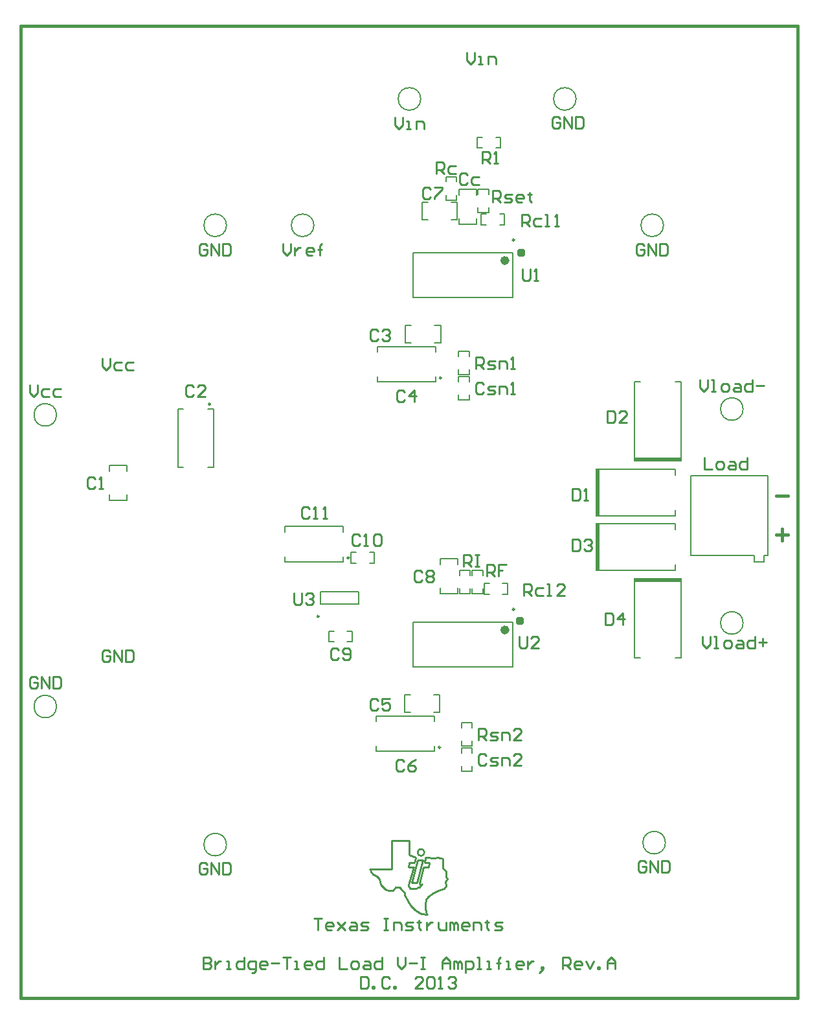
<source format=gto>
%FSLAX24Y24*%
%MOIN*%
G70*
G01*
G75*
G04 Layer_Color=65535*
%ADD10R,0.0374X0.0394*%
%ADD11R,0.0512X0.0728*%
%ADD12R,0.0394X0.0374*%
%ADD13R,0.0728X0.0512*%
%ADD14R,0.1004X0.0965*%
%ADD15O,0.0276X0.1024*%
%ADD16R,0.4760X0.2250*%
%ADD17R,0.0965X0.1004*%
%ADD18R,0.1100X0.1500*%
%ADD19R,0.1500X0.1100*%
%ADD20O,0.0276X0.0984*%
%ADD21C,0.0250*%
%ADD22C,0.0500*%
%ADD23C,0.1000*%
%ADD24C,0.2000*%
%ADD25C,0.1500*%
%ADD26C,0.0800*%
%ADD27C,0.3937*%
%ADD28C,0.0748*%
%ADD29R,0.0750X0.0750*%
%ADD30C,0.1000*%
%ADD31C,0.0950*%
%ADD32C,0.0500*%
%ADD33C,0.0400*%
%ADD34C,0.0250*%
%ADD35C,0.0580*%
%ADD36C,0.0070*%
%ADD37C,0.0098*%
%ADD38C,0.0236*%
%ADD39C,0.0098*%
%ADD40C,0.0150*%
%ADD41C,0.0079*%
%ADD42C,0.0100*%
%ADD43C,0.0200*%
%ADD44R,0.0200X0.2470*%
%ADD45R,0.2470X0.0200*%
D36*
X37180Y30300D02*
G03*
X37180Y30300I-580J0D01*
G01*
Y19300D02*
G03*
X37180Y19300I-580J0D01*
G01*
X10580Y39750D02*
G03*
X10580Y39750I-580J0D01*
G01*
X33180Y8000D02*
G03*
X33180Y8000I-580J0D01*
G01*
X33080Y39750D02*
G03*
X33080Y39750I-580J0D01*
G01*
X10580Y7900D02*
G03*
X10580Y7900I-580J0D01*
G01*
X15080Y39750D02*
G03*
X15080Y39750I-580J0D01*
G01*
X1830Y15000D02*
G03*
X1830Y15000I-580J0D01*
G01*
Y30000D02*
G03*
X1830Y30000I-580J0D01*
G01*
X20580Y46250D02*
G03*
X20580Y46250I-580J0D01*
G01*
X28580D02*
G03*
X28580Y46250I-580J0D01*
G01*
X22577Y20800D02*
Y21060D01*
Y20800D02*
X23122D01*
Y21060D01*
Y21740D02*
Y22000D01*
X22577D02*
X23122D01*
X22577Y21740D02*
Y22000D01*
X21249Y15599D02*
X21562D01*
X21250Y14700D02*
X21562D01*
Y15599D01*
X19738Y14700D02*
Y15599D01*
Y14700D02*
X20050D01*
X19738Y15599D02*
X20051D01*
X24790Y20777D02*
X25050D01*
Y21322D01*
X24790D02*
X25050D01*
X23850D02*
X24110D01*
X23850Y20777D02*
Y21322D01*
Y20777D02*
X24110D01*
X23227Y20800D02*
Y21060D01*
Y20800D02*
X23772D01*
Y21060D01*
Y21740D02*
Y22000D01*
X23227D02*
X23772D01*
X23227Y21740D02*
Y22000D01*
X21299Y34599D02*
X21612D01*
X21300Y33700D02*
X21612D01*
Y34599D01*
X19788Y33700D02*
Y34599D01*
Y33700D02*
X20100D01*
X19788Y34599D02*
X20101D01*
X4551Y27099D02*
Y27412D01*
X5450Y27100D02*
Y27412D01*
X4551D02*
X5450D01*
X4551Y25588D02*
X5450D01*
Y25900D01*
X4551Y25588D02*
Y25901D01*
X24073Y41340D02*
Y41600D01*
X23528D02*
X24073D01*
X23528Y41340D02*
Y41600D01*
Y40400D02*
Y40660D01*
Y40400D02*
X24073D01*
Y40660D01*
X24640Y39777D02*
X24900D01*
Y40322D01*
X24640D02*
X24900D01*
X23700D02*
X23960D01*
X23700Y39777D02*
Y40322D01*
Y39777D02*
X23960D01*
X22149Y40949D02*
X22462D01*
X22150Y40050D02*
X22462D01*
Y40949D01*
X20638Y40050D02*
Y40949D01*
Y40050D02*
X20950D01*
X20638Y40949D02*
X20951D01*
X22677Y12965D02*
Y13225D01*
Y12965D02*
X23222D01*
Y13225D01*
Y13905D02*
Y14165D01*
X22677D02*
X23222D01*
X22677Y13905D02*
Y14165D01*
X23223Y12605D02*
Y12865D01*
X22678D02*
X23223D01*
X22678Y12605D02*
Y12865D01*
Y11665D02*
Y11925D01*
Y11665D02*
X23223D01*
Y11925D01*
X18304Y12694D02*
X21296D01*
X18304Y14506D02*
X21296D01*
Y12694D02*
Y12965D01*
X18304Y12694D02*
Y12965D01*
X21296Y14235D02*
Y14506D01*
X18304Y14235D02*
Y14506D01*
X13604Y22444D02*
X16596D01*
X13604Y24256D02*
X16596D01*
Y22444D02*
Y22715D01*
X13604Y22444D02*
Y22715D01*
X16596Y23985D02*
Y24256D01*
X13604Y23985D02*
Y24256D01*
X18354Y31694D02*
X21346D01*
X18354Y33506D02*
X21346D01*
Y31694D02*
Y31965D01*
X18354Y31694D02*
Y31965D01*
X21346Y33235D02*
Y33506D01*
X18354Y33235D02*
Y33506D01*
X22499Y20788D02*
Y21101D01*
X21600Y20788D02*
Y21100D01*
Y20788D02*
X22499D01*
X21600Y22612D02*
X22499D01*
X21600Y22300D02*
Y22612D01*
X22499Y22299D02*
Y22612D01*
X22527Y32065D02*
Y32325D01*
Y32065D02*
X23072D01*
Y32325D01*
Y33005D02*
Y33265D01*
X22527D02*
X23072D01*
X22527Y33005D02*
Y33265D01*
X23073Y31705D02*
Y31965D01*
X22528D02*
X23073D01*
X22528Y31705D02*
Y31965D01*
Y30765D02*
Y31025D01*
Y30765D02*
X23073D01*
Y31025D01*
X17000Y22923D02*
X17260D01*
X17000Y22378D02*
Y22923D01*
Y22378D02*
X17260D01*
X17940D02*
X18200D01*
Y22923D01*
X17940D02*
X18200D01*
X15850Y18873D02*
X16110D01*
X15850Y18328D02*
Y18873D01*
Y18328D02*
X16110D01*
X16790D02*
X17050D01*
Y18873D01*
X16790D02*
X17050D01*
X9906Y27304D02*
Y30296D01*
X8094Y27304D02*
Y30296D01*
X9635D02*
X9906D01*
X9635Y27304D02*
X9906D01*
X8094Y30296D02*
X8365D01*
X8094Y27304D02*
X8365D01*
X33690Y26902D02*
Y27200D01*
X29700D02*
X33690D01*
X29700Y24800D02*
X33690D01*
Y25098D01*
X33702Y17510D02*
X34000D01*
Y21500D01*
X31600Y17510D02*
Y21500D01*
Y17510D02*
X31898D01*
X33690Y24102D02*
Y24400D01*
X29700D02*
X33690D01*
X29700Y22000D02*
X33690D01*
Y22298D01*
X31600Y31690D02*
X31898D01*
X31600Y27700D02*
Y31690D01*
X34000Y27700D02*
Y31690D01*
X33702D02*
X34000D01*
X37740Y22450D02*
X38260D01*
X38470Y22770D02*
Y26880D01*
X38260Y22450D02*
Y22760D01*
X38470D01*
X34490D02*
X37740D01*
Y22450D02*
Y22760D01*
X34490Y22770D02*
Y26880D01*
X38470D01*
X24440Y43727D02*
X24700D01*
Y44272D01*
X24440D02*
X24700D01*
X23500D02*
X23760D01*
X23500Y43727D02*
Y44272D01*
Y43727D02*
X23760D01*
X21877Y41050D02*
Y41310D01*
Y41050D02*
X22422D01*
Y41310D01*
Y41990D02*
Y42250D01*
X21877D02*
X22422D01*
X21877Y41990D02*
Y42250D01*
X23449Y39788D02*
Y40101D01*
X22550Y39788D02*
Y40100D01*
Y39788D02*
X23449D01*
X22550Y41612D02*
X23449D01*
X22550Y41300D02*
Y41612D01*
X23449Y41299D02*
Y41612D01*
D37*
X21597Y12901D02*
G03*
X21597Y12901I-49J0D01*
G01*
X16897Y22651D02*
G03*
X16897Y22651I-49J0D01*
G01*
X21647Y31901D02*
G03*
X21647Y31901I-49J0D01*
G01*
X25404Y39000D02*
G03*
X25404Y39000I-49J0D01*
G01*
X9748Y30548D02*
G03*
X9748Y30548I-49J0D01*
G01*
X15345Y19635D02*
G03*
X15345Y19635I-49J0D01*
G01*
X25404Y20000D02*
G03*
X25404Y20000I-49J0D01*
G01*
D38*
X25033Y37937D02*
G03*
X25033Y37937I-118J0D01*
G01*
Y18937D02*
G03*
X25033Y18937I-118J0D01*
G01*
D39*
X20772Y7498D02*
G03*
X20772Y7498I-175J0D01*
G01*
X20307Y7218D02*
Y7248D01*
X20837Y7238D02*
X21017Y7248D01*
X20107Y5948D02*
X20417Y7108D01*
X21307Y7198D02*
X21417Y7228D01*
X21627Y7198D01*
X21017Y7248D02*
X21137Y7218D01*
X19077Y6728D02*
Y8088D01*
X18997Y6648D02*
X19077D01*
X17957D02*
X18997D01*
X17957D02*
X17977Y6608D01*
X18027Y6488D01*
X18137Y6378D01*
X18307Y6278D01*
X18467Y6148D01*
X18527Y5828D02*
X18747Y5608D01*
X18837Y5558D01*
X18937Y5548D01*
X19157D01*
X19297Y5688D01*
X19487D01*
X19547Y5628D01*
X19767Y5408D01*
Y5318D02*
Y5408D01*
Y5318D02*
X19927Y5008D01*
X20057Y4778D01*
X20297Y4538D01*
X20397Y4478D01*
X20457Y4428D01*
X20487Y4408D01*
X20607Y4328D01*
X20917Y4298D01*
X20887Y4318D02*
X20917Y4298D01*
X20867Y4478D02*
X20887Y4318D01*
X20837Y4618D02*
X20867Y4478D01*
X20817Y4828D02*
X20837Y4618D01*
X20817Y4828D02*
X20847Y5058D01*
X20967Y5218D02*
X20987Y5238D01*
X21207Y5418D01*
X21487Y5548D01*
X21687Y5608D01*
X21787Y5628D01*
X21887Y5768D01*
X21857Y5988D02*
X21887Y5768D01*
X21857Y5988D02*
X21887Y6028D01*
X21947Y6138D01*
X21717Y6698D02*
X21897Y6488D01*
X21717Y6698D02*
Y7158D01*
X21627Y7198D02*
X21717Y7158D01*
X21207Y7208D02*
X21307Y7198D01*
X21137Y7218D02*
X21207Y7208D01*
X19997Y7358D02*
X20307Y7248D01*
X19997Y8068D02*
Y8088D01*
X19077D02*
X19997D01*
Y7358D02*
Y8068D01*
X19077Y6648D02*
Y6728D01*
X20257Y6968D02*
X20307Y7208D01*
X19987Y6968D02*
X20257D01*
X19957Y6748D02*
X19987Y6968D01*
X19957Y6748D02*
X20207D01*
X19967Y5838D02*
X20207Y6748D01*
X19947Y5778D02*
X19967Y5838D01*
X20387Y5658D02*
X20467Y5688D01*
X20517Y5708D01*
X20597Y5788D01*
X20657Y5878D01*
X20557Y5848D02*
X20657Y5878D01*
X20507Y5858D02*
X20557Y5848D01*
X20507Y5858D02*
X20517Y5918D01*
X20737Y6748D01*
X20987D01*
X21037Y6968D01*
X20787D02*
X21037D01*
X20787D02*
X20837Y7238D01*
X20067Y5648D02*
X20177Y5628D01*
X20277D01*
X20417Y7108D02*
X20687D01*
X20377Y5948D02*
X20687Y7108D01*
X20107Y5948D02*
X20377D01*
X20277Y5628D02*
X20367Y5648D01*
X19947Y5768D02*
X19987Y5688D01*
X20057Y5648D01*
X18467Y6148D02*
X18527Y5828D01*
X20847Y5058D02*
X20967Y5218D01*
X21887Y6238D02*
X21897Y6488D01*
X21887Y6238D02*
X21947Y6138D01*
D40*
X40000Y0D02*
Y50000D01*
X0D02*
X40000D01*
X0Y0D02*
Y50000D01*
Y0D02*
X40000D01*
X38900Y23850D02*
X39500D01*
X39200Y24150D02*
Y23550D01*
X38900Y25850D02*
X39500D01*
D41*
X20191Y38331D02*
X25309D01*
X20191Y36047D02*
X25309D01*
Y38331D01*
X20191Y36047D02*
Y38331D01*
X15416Y20285D02*
X17384D01*
X15416Y20915D02*
X17384D01*
X15416Y20285D02*
Y20915D01*
X17384Y20285D02*
Y20915D01*
X20191Y19331D02*
X25309D01*
X20191Y17047D02*
X25309D01*
Y19331D01*
X20191Y17047D02*
Y19331D01*
D42*
X22950Y48650D02*
Y48250D01*
X23150Y48050D01*
X23350Y48250D01*
Y48650D01*
X23550Y48050D02*
X23750D01*
X23650D01*
Y48450D01*
X23550D01*
X24050Y48050D02*
Y48450D01*
X24350D01*
X24450Y48350D01*
Y48050D01*
X4200Y32910D02*
Y32510D01*
X4400Y32310D01*
X4600Y32510D01*
Y32910D01*
X5200Y32710D02*
X4900D01*
X4800Y32610D01*
Y32410D01*
X4900Y32310D01*
X5200D01*
X5799Y32710D02*
X5500D01*
X5400Y32610D01*
Y32410D01*
X5500Y32310D01*
X5799D01*
X14050Y20850D02*
Y20350D01*
X14150Y20250D01*
X14350D01*
X14450Y20350D01*
Y20850D01*
X14650Y20750D02*
X14750Y20850D01*
X14950D01*
X15050Y20750D01*
Y20650D01*
X14950Y20550D01*
X14850D01*
X14950D01*
X15050Y20450D01*
Y20350D01*
X14950Y20250D01*
X14750D01*
X14650Y20350D01*
X25650Y18600D02*
Y18100D01*
X25750Y18000D01*
X25950D01*
X26050Y18100D01*
Y18600D01*
X26650Y18000D02*
X26250D01*
X26650Y18400D01*
Y18500D01*
X26550Y18600D01*
X26350D01*
X26250Y18500D01*
X25830Y37490D02*
Y36990D01*
X25930Y36890D01*
X26130D01*
X26230Y36990D01*
Y37490D01*
X26430Y36890D02*
X26630D01*
X26530D01*
Y37490D01*
X26430Y37390D01*
X13500Y38820D02*
Y38420D01*
X13700Y38220D01*
X13900Y38420D01*
Y38820D01*
X14100Y38620D02*
Y38220D01*
Y38420D01*
X14200Y38520D01*
X14300Y38620D01*
X14400D01*
X15000Y38220D02*
X14800D01*
X14700Y38320D01*
Y38520D01*
X14800Y38620D01*
X15000D01*
X15099Y38520D01*
Y38420D01*
X14700D01*
X15399Y38220D02*
Y38720D01*
Y38520D01*
X15299D01*
X15499D01*
X15399D01*
Y38720D01*
X15499Y38820D01*
X35100Y18600D02*
Y18200D01*
X35300Y18000D01*
X35500Y18200D01*
Y18600D01*
X35700Y18000D02*
X35900D01*
X35800D01*
Y18600D01*
X35700D01*
X36300Y18000D02*
X36500D01*
X36600Y18100D01*
Y18300D01*
X36500Y18400D01*
X36300D01*
X36200Y18300D01*
Y18100D01*
X36300Y18000D01*
X36899Y18400D02*
X37099D01*
X37199Y18300D01*
Y18000D01*
X36899D01*
X36799Y18100D01*
X36899Y18200D01*
X37199D01*
X37799Y18600D02*
Y18000D01*
X37499D01*
X37399Y18100D01*
Y18300D01*
X37499Y18400D01*
X37799D01*
X37999Y18300D02*
X38399D01*
X38199Y18500D02*
Y18100D01*
X34950Y31800D02*
Y31400D01*
X35150Y31200D01*
X35350Y31400D01*
Y31800D01*
X35550Y31200D02*
X35750D01*
X35650D01*
Y31800D01*
X35550D01*
X36150Y31200D02*
X36350D01*
X36450Y31300D01*
Y31500D01*
X36350Y31600D01*
X36150D01*
X36050Y31500D01*
Y31300D01*
X36150Y31200D01*
X36749Y31600D02*
X36949D01*
X37049Y31500D01*
Y31200D01*
X36749D01*
X36649Y31300D01*
X36749Y31400D01*
X37049D01*
X37649Y31800D02*
Y31200D01*
X37349D01*
X37249Y31300D01*
Y31500D01*
X37349Y31600D01*
X37649D01*
X37849Y31500D02*
X38249D01*
X19250Y45320D02*
Y44920D01*
X19450Y44720D01*
X19650Y44920D01*
Y45320D01*
X19850Y44720D02*
X20050D01*
X19950D01*
Y45120D01*
X19850D01*
X20350Y44720D02*
Y45120D01*
X20650D01*
X20750Y45020D01*
Y44720D01*
X27750Y45250D02*
X27650Y45350D01*
X27450D01*
X27350Y45250D01*
Y44850D01*
X27450Y44750D01*
X27650D01*
X27750Y44850D01*
Y45050D01*
X27550D01*
X27950Y44750D02*
Y45350D01*
X28350Y44750D01*
Y45350D01*
X28550D02*
Y44750D01*
X28850D01*
X28949Y44850D01*
Y45250D01*
X28850Y45350D01*
X28550D01*
X9600Y38720D02*
X9500Y38820D01*
X9300D01*
X9200Y38720D01*
Y38320D01*
X9300Y38220D01*
X9500D01*
X9600Y38320D01*
Y38520D01*
X9400D01*
X9800Y38220D02*
Y38820D01*
X10200Y38220D01*
Y38820D01*
X10400D02*
Y38220D01*
X10700D01*
X10799Y38320D01*
Y38720D01*
X10700Y38820D01*
X10400D01*
X32200Y6970D02*
X32100Y7070D01*
X31900D01*
X31800Y6970D01*
Y6570D01*
X31900Y6470D01*
X32100D01*
X32200Y6570D01*
Y6770D01*
X32000D01*
X32400Y6470D02*
Y7070D01*
X32800Y6470D01*
Y7070D01*
X33000D02*
Y6470D01*
X33300D01*
X33399Y6570D01*
Y6970D01*
X33300Y7070D01*
X33000D01*
X32100Y38720D02*
X32000Y38820D01*
X31800D01*
X31700Y38720D01*
Y38320D01*
X31800Y38220D01*
X32000D01*
X32100Y38320D01*
Y38520D01*
X31900D01*
X32300Y38220D02*
Y38820D01*
X32700Y38220D01*
Y38820D01*
X32900D02*
Y38220D01*
X33200D01*
X33299Y38320D01*
Y38720D01*
X33200Y38820D01*
X32900D01*
X9600Y6870D02*
X9500Y6970D01*
X9300D01*
X9200Y6870D01*
Y6470D01*
X9300Y6370D01*
X9500D01*
X9600Y6470D01*
Y6670D01*
X9400D01*
X9800Y6370D02*
Y6970D01*
X10200Y6370D01*
Y6970D01*
X10400D02*
Y6370D01*
X10700D01*
X10799Y6470D01*
Y6870D01*
X10700Y6970D01*
X10400D01*
X850Y16430D02*
X750Y16530D01*
X550D01*
X450Y16430D01*
Y16030D01*
X550Y15930D01*
X750D01*
X850Y16030D01*
Y16230D01*
X650D01*
X1050Y15930D02*
Y16530D01*
X1450Y15930D01*
Y16530D01*
X1650D02*
Y15930D01*
X1950D01*
X2049Y16030D01*
Y16430D01*
X1950Y16530D01*
X1650D01*
X450Y31530D02*
Y31130D01*
X650Y30930D01*
X850Y31130D01*
Y31530D01*
X1450Y31330D02*
X1150D01*
X1050Y31230D01*
Y31030D01*
X1150Y30930D01*
X1450D01*
X2049Y31330D02*
X1750D01*
X1650Y31230D01*
Y31030D01*
X1750Y30930D01*
X2049D01*
X23560Y13265D02*
Y13865D01*
X23860D01*
X23960Y13765D01*
Y13565D01*
X23860Y13465D01*
X23560D01*
X23760D02*
X23960Y13265D01*
X24160D02*
X24460D01*
X24560Y13365D01*
X24460Y13465D01*
X24260D01*
X24160Y13565D01*
X24260Y13665D01*
X24560D01*
X24760Y13265D02*
Y13665D01*
X25060D01*
X25159Y13565D01*
Y13265D01*
X25759D02*
X25359D01*
X25759Y13665D01*
Y13765D01*
X25659Y13865D01*
X25459D01*
X25359Y13765D01*
X23410Y32370D02*
Y32970D01*
X23710D01*
X23810Y32870D01*
Y32670D01*
X23710Y32570D01*
X23410D01*
X23610D02*
X23810Y32370D01*
X24010D02*
X24310D01*
X24410Y32470D01*
X24310Y32570D01*
X24110D01*
X24010Y32670D01*
X24110Y32770D01*
X24410D01*
X24610Y32370D02*
Y32770D01*
X24910D01*
X25009Y32670D01*
Y32370D01*
X25209D02*
X25409D01*
X25309D01*
Y32970D01*
X25209Y32870D01*
X24300Y40950D02*
Y41550D01*
X24600D01*
X24700Y41450D01*
Y41250D01*
X24600Y41150D01*
X24300D01*
X24500D02*
X24700Y40950D01*
X24900D02*
X25200D01*
X25300Y41050D01*
X25200Y41150D01*
X25000D01*
X24900Y41250D01*
X25000Y41350D01*
X25300D01*
X25800Y40950D02*
X25600D01*
X25500Y41050D01*
Y41250D01*
X25600Y41350D01*
X25800D01*
X25899Y41250D01*
Y41150D01*
X25500D01*
X26199Y41450D02*
Y41350D01*
X26099D01*
X26299D01*
X26199D01*
Y41050D01*
X26299Y40950D01*
X22800Y22200D02*
Y22800D01*
X23100D01*
X23200Y22700D01*
Y22500D01*
X23100Y22400D01*
X22800D01*
X23000D02*
X23200Y22200D01*
X23400Y22800D02*
X23600D01*
X23500D01*
Y22200D01*
X23400D01*
X23600D01*
X24000Y21700D02*
Y22300D01*
X24300D01*
X24400Y22200D01*
Y22000D01*
X24300Y21900D01*
X24000D01*
X24200D02*
X24400Y21700D01*
X25000Y22300D02*
X24600D01*
Y22000D01*
X24800D01*
X24600D01*
Y21700D01*
X21400Y42400D02*
Y43000D01*
X21700D01*
X21800Y42900D01*
Y42700D01*
X21700Y42600D01*
X21400D01*
X21600D02*
X21800Y42400D01*
X22400Y42800D02*
X22100D01*
X22000Y42700D01*
Y42500D01*
X22100Y42400D01*
X22400D01*
X25900Y20700D02*
Y21300D01*
X26200D01*
X26300Y21200D01*
Y21000D01*
X26200Y20900D01*
X25900D01*
X26100D02*
X26300Y20700D01*
X26900Y21100D02*
X26600D01*
X26500Y21000D01*
Y20800D01*
X26600Y20700D01*
X26900D01*
X27100D02*
X27300D01*
X27200D01*
Y21300D01*
X27100D01*
X27999Y20700D02*
X27599D01*
X27999Y21100D01*
Y21200D01*
X27899Y21300D01*
X27699D01*
X27599Y21200D01*
X25800Y39700D02*
Y40300D01*
X26100D01*
X26200Y40200D01*
Y40000D01*
X26100Y39900D01*
X25800D01*
X26000D02*
X26200Y39700D01*
X26800Y40100D02*
X26500D01*
X26400Y40000D01*
Y39800D01*
X26500Y39700D01*
X26800D01*
X27000D02*
X27200D01*
X27100D01*
Y40300D01*
X27000D01*
X27499Y39700D02*
X27699D01*
X27599D01*
Y40300D01*
X27499Y40200D01*
X23750Y42950D02*
Y43550D01*
X24050D01*
X24150Y43450D01*
Y43250D01*
X24050Y43150D01*
X23750D01*
X23950D02*
X24150Y42950D01*
X24350D02*
X24550D01*
X24450D01*
Y43550D01*
X24350Y43450D01*
X35200Y27800D02*
Y27200D01*
X35600D01*
X35900D02*
X36100D01*
X36200Y27300D01*
Y27500D01*
X36100Y27600D01*
X35900D01*
X35800Y27500D01*
Y27300D01*
X35900Y27200D01*
X36500Y27600D02*
X36700D01*
X36799Y27500D01*
Y27200D01*
X36500D01*
X36400Y27300D01*
X36500Y27400D01*
X36799D01*
X37399Y27800D02*
Y27200D01*
X37099D01*
X36999Y27300D01*
Y27500D01*
X37099Y27600D01*
X37399D01*
X4600Y17810D02*
X4500Y17910D01*
X4300D01*
X4200Y17810D01*
Y17410D01*
X4300Y17310D01*
X4500D01*
X4600Y17410D01*
Y17610D01*
X4400D01*
X4800Y17310D02*
Y17910D01*
X5200Y17310D01*
Y17910D01*
X5400D02*
Y17310D01*
X5700D01*
X5799Y17410D01*
Y17810D01*
X5700Y17910D01*
X5400D01*
X30100Y19800D02*
Y19200D01*
X30400D01*
X30500Y19300D01*
Y19700D01*
X30400Y19800D01*
X30100D01*
X31000Y19200D02*
Y19800D01*
X30700Y19500D01*
X31100D01*
X28400Y23600D02*
Y23000D01*
X28700D01*
X28800Y23100D01*
Y23500D01*
X28700Y23600D01*
X28400D01*
X29000Y23500D02*
X29100Y23600D01*
X29300D01*
X29400Y23500D01*
Y23400D01*
X29300Y23300D01*
X29200D01*
X29300D01*
X29400Y23200D01*
Y23100D01*
X29300Y23000D01*
X29100D01*
X29000Y23100D01*
X30200Y30200D02*
Y29600D01*
X30500D01*
X30600Y29700D01*
Y30100D01*
X30500Y30200D01*
X30200D01*
X31200Y29600D02*
X30800D01*
X31200Y30000D01*
Y30100D01*
X31100Y30200D01*
X30900D01*
X30800Y30100D01*
X28400Y26200D02*
Y25600D01*
X28700D01*
X28800Y25700D01*
Y26100D01*
X28700Y26200D01*
X28400D01*
X29000Y25600D02*
X29200D01*
X29100D01*
Y26200D01*
X29000Y26100D01*
X23960Y12465D02*
X23860Y12565D01*
X23660D01*
X23560Y12465D01*
Y12065D01*
X23660Y11965D01*
X23860D01*
X23960Y12065D01*
X24160Y11965D02*
X24460D01*
X24560Y12065D01*
X24460Y12165D01*
X24260D01*
X24160Y12265D01*
X24260Y12365D01*
X24560D01*
X24760Y11965D02*
Y12365D01*
X25060D01*
X25159Y12265D01*
Y11965D01*
X25759D02*
X25359D01*
X25759Y12365D01*
Y12465D01*
X25659Y12565D01*
X25459D01*
X25359Y12465D01*
X23810Y31570D02*
X23710Y31670D01*
X23510D01*
X23410Y31570D01*
Y31170D01*
X23510Y31070D01*
X23710D01*
X23810Y31170D01*
X24010Y31070D02*
X24310D01*
X24410Y31170D01*
X24310Y31270D01*
X24110D01*
X24010Y31370D01*
X24110Y31470D01*
X24410D01*
X24610Y31070D02*
Y31470D01*
X24910D01*
X25009Y31370D01*
Y31070D01*
X25209D02*
X25409D01*
X25309D01*
Y31670D01*
X25209Y31570D01*
X23000Y42350D02*
X22900Y42450D01*
X22700D01*
X22600Y42350D01*
Y41950D01*
X22700Y41850D01*
X22900D01*
X23000Y41950D01*
X23600Y42250D02*
X23300D01*
X23200Y42150D01*
Y41950D01*
X23300Y41850D01*
X23600D01*
X14870Y25170D02*
X14770Y25270D01*
X14570D01*
X14470Y25170D01*
Y24770D01*
X14570Y24670D01*
X14770D01*
X14870Y24770D01*
X15070Y24670D02*
X15270D01*
X15170D01*
Y25270D01*
X15070Y25170D01*
X15570Y24670D02*
X15770D01*
X15670D01*
Y25270D01*
X15570Y25170D01*
X17470Y23760D02*
X17370Y23860D01*
X17170D01*
X17070Y23760D01*
Y23360D01*
X17170Y23260D01*
X17370D01*
X17470Y23360D01*
X17670Y23260D02*
X17870D01*
X17770D01*
Y23860D01*
X17670Y23760D01*
X18170D02*
X18270Y23860D01*
X18470D01*
X18570Y23760D01*
Y23360D01*
X18470Y23260D01*
X18270D01*
X18170Y23360D01*
Y23760D01*
X16350Y17890D02*
X16250Y17990D01*
X16050D01*
X15950Y17890D01*
Y17490D01*
X16050Y17390D01*
X16250D01*
X16350Y17490D01*
X16550D02*
X16650Y17390D01*
X16850D01*
X16950Y17490D01*
Y17890D01*
X16850Y17990D01*
X16650D01*
X16550Y17890D01*
Y17790D01*
X16650Y17690D01*
X16950D01*
X20670Y21900D02*
X20570Y22000D01*
X20370D01*
X20270Y21900D01*
Y21500D01*
X20370Y21400D01*
X20570D01*
X20670Y21500D01*
X20870Y21900D02*
X20970Y22000D01*
X21170D01*
X21270Y21900D01*
Y21800D01*
X21170Y21700D01*
X21270Y21600D01*
Y21500D01*
X21170Y21400D01*
X20970D01*
X20870Y21500D01*
Y21600D01*
X20970Y21700D01*
X20870Y21800D01*
Y21900D01*
X20970Y21700D02*
X21170D01*
X21100Y41600D02*
X21000Y41700D01*
X20800D01*
X20700Y41600D01*
Y41200D01*
X20800Y41100D01*
X21000D01*
X21100Y41200D01*
X21300Y41700D02*
X21700D01*
Y41600D01*
X21300Y41200D01*
Y41100D01*
X19720Y12180D02*
X19620Y12280D01*
X19420D01*
X19320Y12180D01*
Y11780D01*
X19420Y11680D01*
X19620D01*
X19720Y11780D01*
X20320Y12280D02*
X20120Y12180D01*
X19920Y11980D01*
Y11780D01*
X20020Y11680D01*
X20220D01*
X20320Y11780D01*
Y11880D01*
X20220Y11980D01*
X19920D01*
X18400Y15300D02*
X18300Y15400D01*
X18100D01*
X18000Y15300D01*
Y14900D01*
X18100Y14800D01*
X18300D01*
X18400Y14900D01*
X19000Y15400D02*
X18600D01*
Y15100D01*
X18800Y15200D01*
X18900D01*
X19000Y15100D01*
Y14900D01*
X18900Y14800D01*
X18700D01*
X18600Y14900D01*
X19770Y31180D02*
X19670Y31280D01*
X19470D01*
X19370Y31180D01*
Y30780D01*
X19470Y30680D01*
X19670D01*
X19770Y30780D01*
X20270Y30680D02*
Y31280D01*
X19970Y30980D01*
X20370D01*
X18400Y34300D02*
X18300Y34400D01*
X18100D01*
X18000Y34300D01*
Y33900D01*
X18100Y33800D01*
X18300D01*
X18400Y33900D01*
X18600Y34300D02*
X18700Y34400D01*
X18900D01*
X19000Y34300D01*
Y34200D01*
X18900Y34100D01*
X18800D01*
X18900D01*
X19000Y34000D01*
Y33900D01*
X18900Y33800D01*
X18700D01*
X18600Y33900D01*
X8900Y31450D02*
X8800Y31550D01*
X8600D01*
X8500Y31450D01*
Y31050D01*
X8600Y30950D01*
X8800D01*
X8900Y31050D01*
X9500Y30950D02*
X9100D01*
X9500Y31350D01*
Y31450D01*
X9400Y31550D01*
X9200D01*
X9100Y31450D01*
X3820Y26700D02*
X3720Y26800D01*
X3520D01*
X3420Y26700D01*
Y26300D01*
X3520Y26200D01*
X3720D01*
X3820Y26300D01*
X4020Y26200D02*
X4220D01*
X4120D01*
Y26800D01*
X4020Y26700D01*
X15100Y4100D02*
X15500D01*
X15300D01*
Y3500D01*
X16000D02*
X15800D01*
X15700Y3600D01*
Y3800D01*
X15800Y3900D01*
X16000D01*
X16100Y3800D01*
Y3700D01*
X15700D01*
X16300Y3900D02*
X16699Y3500D01*
X16500Y3700D01*
X16699Y3900D01*
X16300Y3500D01*
X16999Y3900D02*
X17199D01*
X17299Y3800D01*
Y3500D01*
X16999D01*
X16899Y3600D01*
X16999Y3700D01*
X17299D01*
X17499Y3500D02*
X17799D01*
X17899Y3600D01*
X17799Y3700D01*
X17599D01*
X17499Y3800D01*
X17599Y3900D01*
X17899D01*
X18699Y4100D02*
X18899D01*
X18799D01*
Y3500D01*
X18699D01*
X18899D01*
X19199D02*
Y3900D01*
X19499D01*
X19599Y3800D01*
Y3500D01*
X19798D02*
X20098D01*
X20198Y3600D01*
X20098Y3700D01*
X19898D01*
X19798Y3800D01*
X19898Y3900D01*
X20198D01*
X20498Y4000D02*
Y3900D01*
X20398D01*
X20598D01*
X20498D01*
Y3600D01*
X20598Y3500D01*
X20898Y3900D02*
Y3500D01*
Y3700D01*
X20998Y3800D01*
X21098Y3900D01*
X21198D01*
X21498D02*
Y3600D01*
X21598Y3500D01*
X21898D01*
Y3900D01*
X22098Y3500D02*
Y3900D01*
X22198D01*
X22298Y3800D01*
Y3500D01*
Y3800D01*
X22398Y3900D01*
X22498Y3800D01*
Y3500D01*
X22997D02*
X22798D01*
X22698Y3600D01*
Y3800D01*
X22798Y3900D01*
X22997D01*
X23097Y3800D01*
Y3700D01*
X22698D01*
X23297Y3500D02*
Y3900D01*
X23597D01*
X23697Y3800D01*
Y3500D01*
X23997Y4000D02*
Y3900D01*
X23897D01*
X24097D01*
X23997D01*
Y3600D01*
X24097Y3500D01*
X24397D02*
X24697D01*
X24797Y3600D01*
X24697Y3700D01*
X24497D01*
X24397Y3800D01*
X24497Y3900D01*
X24797D01*
X9400Y2100D02*
Y1500D01*
X9700D01*
X9800Y1600D01*
Y1700D01*
X9700Y1800D01*
X9400D01*
X9700D01*
X9800Y1900D01*
Y2000D01*
X9700Y2100D01*
X9400D01*
X10000Y1900D02*
Y1500D01*
Y1700D01*
X10100Y1800D01*
X10200Y1900D01*
X10300D01*
X10600Y1500D02*
X10800D01*
X10700D01*
Y1900D01*
X10600D01*
X11499Y2100D02*
Y1500D01*
X11199D01*
X11099Y1600D01*
Y1800D01*
X11199Y1900D01*
X11499D01*
X11899Y1300D02*
X11999D01*
X12099Y1400D01*
Y1900D01*
X11799D01*
X11699Y1800D01*
Y1600D01*
X11799Y1500D01*
X12099D01*
X12599D02*
X12399D01*
X12299Y1600D01*
Y1800D01*
X12399Y1900D01*
X12599D01*
X12699Y1800D01*
Y1700D01*
X12299D01*
X12899Y1800D02*
X13299D01*
X13499Y2100D02*
X13899D01*
X13699D01*
Y1500D01*
X14098D02*
X14298D01*
X14198D01*
Y1900D01*
X14098D01*
X14898Y1500D02*
X14698D01*
X14598Y1600D01*
Y1800D01*
X14698Y1900D01*
X14898D01*
X14998Y1800D01*
Y1700D01*
X14598D01*
X15598Y2100D02*
Y1500D01*
X15298D01*
X15198Y1600D01*
Y1800D01*
X15298Y1900D01*
X15598D01*
X16398Y2100D02*
Y1500D01*
X16798D01*
X17098D02*
X17297D01*
X17397Y1600D01*
Y1800D01*
X17297Y1900D01*
X17098D01*
X16998Y1800D01*
Y1600D01*
X17098Y1500D01*
X17697Y1900D02*
X17897D01*
X17997Y1800D01*
Y1500D01*
X17697D01*
X17597Y1600D01*
X17697Y1700D01*
X17997D01*
X18597Y2100D02*
Y1500D01*
X18297D01*
X18197Y1600D01*
Y1800D01*
X18297Y1900D01*
X18597D01*
X19397Y2100D02*
Y1700D01*
X19597Y1500D01*
X19797Y1700D01*
Y2100D01*
X19997Y1800D02*
X20396D01*
X20596Y2100D02*
X20796D01*
X20696D01*
Y1500D01*
X20596D01*
X20796D01*
X21696D02*
Y1900D01*
X21896Y2100D01*
X22096Y1900D01*
Y1500D01*
Y1800D01*
X21696D01*
X22296Y1500D02*
Y1900D01*
X22396D01*
X22496Y1800D01*
Y1500D01*
Y1800D01*
X22596Y1900D01*
X22696Y1800D01*
Y1500D01*
X22896Y1300D02*
Y1900D01*
X23196D01*
X23296Y1800D01*
Y1600D01*
X23196Y1500D01*
X22896D01*
X23495D02*
X23695D01*
X23595D01*
Y2100D01*
X23495D01*
X23995Y1500D02*
X24195D01*
X24095D01*
Y1900D01*
X23995D01*
X24595Y1500D02*
Y2000D01*
Y1800D01*
X24495D01*
X24695D01*
X24595D01*
Y2000D01*
X24695Y2100D01*
X24995Y1500D02*
X25195D01*
X25095D01*
Y1900D01*
X24995D01*
X25795Y1500D02*
X25595D01*
X25495Y1600D01*
Y1800D01*
X25595Y1900D01*
X25795D01*
X25895Y1800D01*
Y1700D01*
X25495D01*
X26095Y1900D02*
Y1500D01*
Y1700D01*
X26195Y1800D01*
X26295Y1900D01*
X26395D01*
X26794Y1400D02*
X26894Y1500D01*
Y1600D01*
X26794D01*
Y1500D01*
X26894D01*
X26794Y1400D01*
X26694Y1300D01*
X27894Y1500D02*
Y2100D01*
X28194D01*
X28294Y2000D01*
Y1800D01*
X28194Y1700D01*
X27894D01*
X28094D02*
X28294Y1500D01*
X28794D02*
X28594D01*
X28494Y1600D01*
Y1800D01*
X28594Y1900D01*
X28794D01*
X28894Y1800D01*
Y1700D01*
X28494D01*
X29094Y1900D02*
X29294Y1500D01*
X29494Y1900D01*
X29693Y1500D02*
Y1600D01*
X29793D01*
Y1500D01*
X29693D01*
X30193D02*
Y1900D01*
X30393Y2100D01*
X30593Y1900D01*
Y1500D01*
Y1800D01*
X30193D01*
X17500Y1100D02*
Y500D01*
X17800D01*
X17900Y600D01*
Y1000D01*
X17800Y1100D01*
X17500D01*
X18100Y500D02*
Y600D01*
X18200D01*
Y500D01*
X18100D01*
X19000Y1000D02*
X18900Y1100D01*
X18700D01*
X18600Y1000D01*
Y600D01*
X18700Y500D01*
X18900D01*
X19000Y600D01*
X19199Y500D02*
Y600D01*
X19299D01*
Y500D01*
X19199D01*
X20699D02*
X20299D01*
X20699Y900D01*
Y1000D01*
X20599Y1100D01*
X20399D01*
X20299Y1000D01*
X20899D02*
X20999Y1100D01*
X21199D01*
X21299Y1000D01*
Y600D01*
X21199Y500D01*
X20999D01*
X20899Y600D01*
Y1000D01*
X21499Y500D02*
X21699D01*
X21599D01*
Y1100D01*
X21499Y1000D01*
X21999D02*
X22099Y1100D01*
X22298D01*
X22398Y1000D01*
Y900D01*
X22298Y800D01*
X22198D01*
X22298D01*
X22398Y700D01*
Y600D01*
X22298Y500D01*
X22099D01*
X21999Y600D01*
D43*
X25600Y19300D02*
Y19500D01*
X25800D01*
Y19300D01*
X25600D01*
X25650Y38250D02*
Y38450D01*
X25850D01*
Y38250D01*
X25650D01*
D44*
X29690Y26000D02*
D03*
Y23200D02*
D03*
D45*
X32800Y21510D02*
D03*
Y27690D02*
D03*
M02*

</source>
